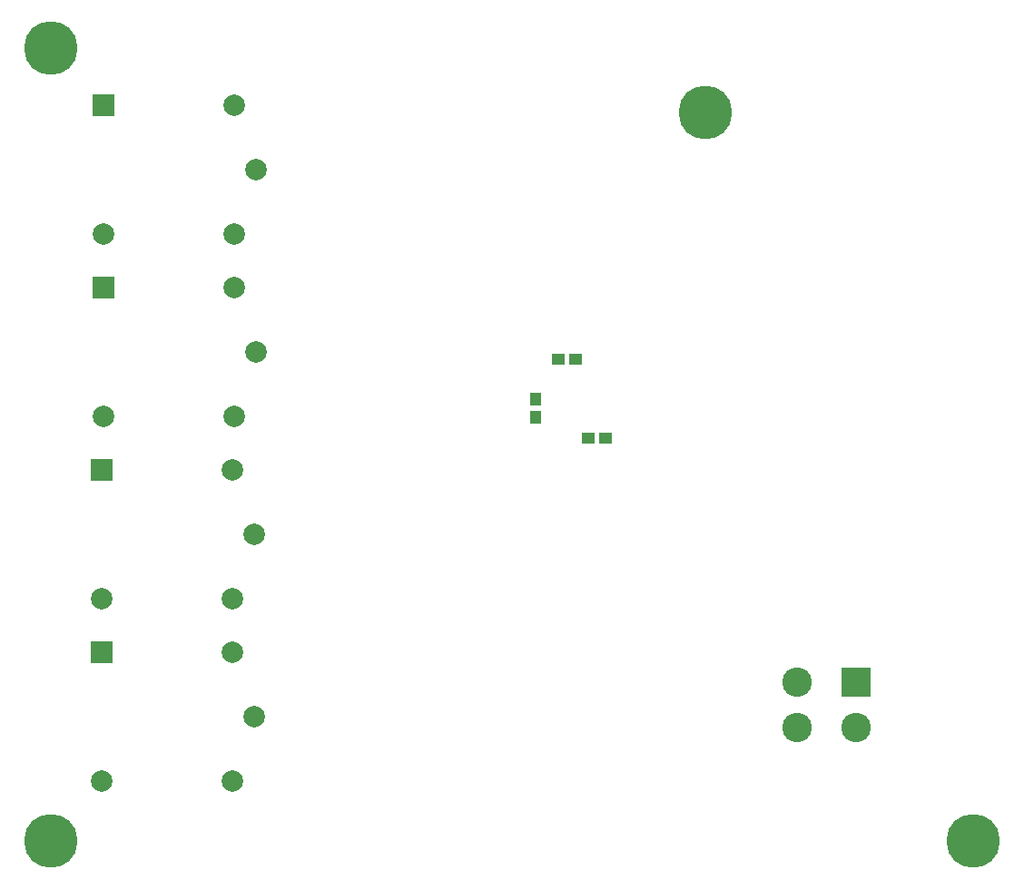
<source format=gbr>
%TF.GenerationSoftware,Altium Limited,Altium Designer,24.9.1 (31)*%
G04 Layer_Color=16711935*
%FSLAX45Y45*%
%MOMM*%
%TF.SameCoordinates,E37428AF-A4AF-452D-A059-51B4F3D01195*%
%TF.FilePolarity,Negative*%
%TF.FileFunction,Soldermask,Bot*%
%TF.Part,Single*%
G01*
G75*
%TA.AperFunction,SMDPad,CuDef*%
%ADD13R,1.15814X1.01213*%
%ADD24R,1.01213X1.15814*%
%TA.AperFunction,ComponentPad*%
%ADD33C,2.00000*%
%ADD34R,2.00000X2.00000*%
%ADD40R,2.75000X2.75000*%
%ADD41C,2.75000*%
%TA.AperFunction,ViaPad*%
%ADD45C,5.00000*%
D13*
X13527301Y8150000D02*
D03*
X13692699D02*
D03*
X13972699Y7410000D02*
D03*
X13807301D02*
D03*
D24*
X13320000Y7607301D02*
D03*
Y7772699D02*
D03*
D33*
X10693298Y6515100D02*
D03*
X10493299Y7115099D02*
D03*
Y5915101D02*
D03*
X9273301D02*
D03*
X10505999Y10518699D02*
D03*
Y9318701D02*
D03*
X9286001D02*
D03*
X10705998Y9918700D02*
D03*
X9273301Y4213301D02*
D03*
X10493299D02*
D03*
Y5413299D02*
D03*
X10693298Y4813300D02*
D03*
X9286001Y7616901D02*
D03*
X10505999D02*
D03*
Y8816899D02*
D03*
X10705998Y8216900D02*
D03*
D34*
X9273301Y7115099D02*
D03*
X9286001Y10518699D02*
D03*
X9273301Y5413299D02*
D03*
X9286001Y8816899D02*
D03*
D40*
X16306799Y5131699D02*
D03*
D41*
X15756799D02*
D03*
X16306799Y4711700D02*
D03*
X15756799D02*
D03*
D45*
X17400000Y3650000D02*
D03*
X8800000D02*
D03*
Y11050000D02*
D03*
X14900000Y10450000D02*
D03*
%TF.MD5,c889297ef0b710a3253dcdce9446f972*%
M02*

</source>
